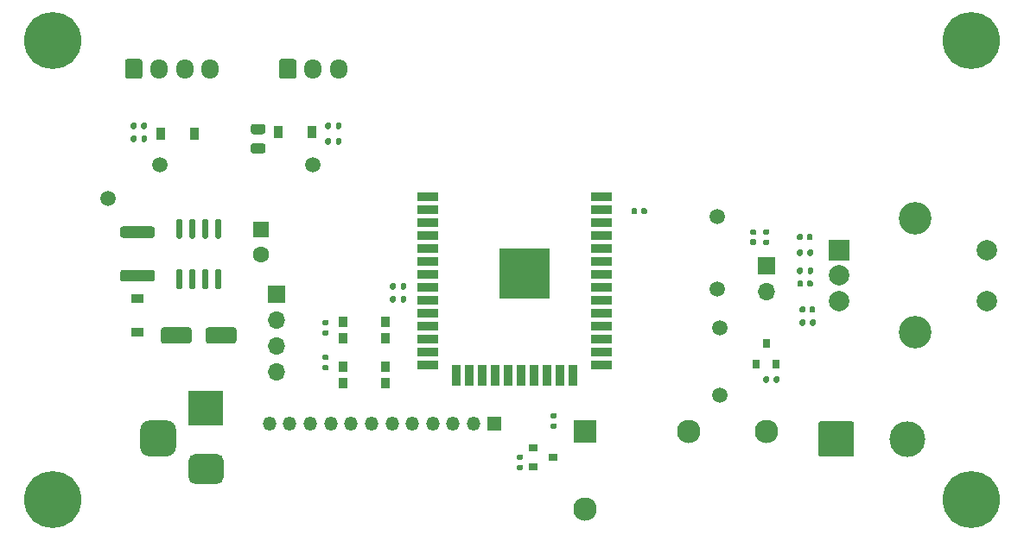
<source format=gbr>
%TF.GenerationSoftware,KiCad,Pcbnew,(5.1.10-1-10_14)*%
%TF.CreationDate,2022-07-31T12:18:55+02:00*%
%TF.ProjectId,RO Flow Counter,524f2046-6c6f-4772-9043-6f756e746572,rev?*%
%TF.SameCoordinates,Original*%
%TF.FileFunction,Soldermask,Bot*%
%TF.FilePolarity,Negative*%
%FSLAX46Y46*%
G04 Gerber Fmt 4.6, Leading zero omitted, Abs format (unit mm)*
G04 Created by KiCad (PCBNEW (5.1.10-1-10_14)) date 2022-07-31 12:18:55*
%MOMM*%
%LPD*%
G01*
G04 APERTURE LIST*
%ADD10C,3.500000*%
%ADD11C,1.500000*%
%ADD12R,0.900000X1.200000*%
%ADD13O,1.700000X1.700000*%
%ADD14R,1.700000X1.700000*%
%ADD15R,2.000000X0.900000*%
%ADD16R,0.900000X2.000000*%
%ADD17R,5.000000X5.000000*%
%ADD18O,1.700000X1.950000*%
%ADD19R,0.900000X1.000000*%
%ADD20R,0.800000X0.900000*%
%ADD21R,3.500000X3.500000*%
%ADD22O,1.350000X1.350000*%
%ADD23R,1.350000X1.350000*%
%ADD24R,0.900000X0.800000*%
%ADD25C,2.300000*%
%ADD26R,2.300000X2.300000*%
%ADD27R,2.000000X2.000000*%
%ADD28C,2.000000*%
%ADD29C,3.200000*%
%ADD30C,5.600000*%
%ADD31R,1.200000X0.900000*%
%ADD32C,1.600000*%
%ADD33R,1.600000X1.600000*%
G04 APERTURE END LIST*
D10*
%TO.C,J7*%
X212740000Y-99060000D03*
G36*
G01*
X203990000Y-100559999D02*
X203990000Y-97560001D01*
G75*
G02*
X204240001Y-97310000I250001J0D01*
G01*
X207239999Y-97310000D01*
G75*
G02*
X207490000Y-97560001I0J-250001D01*
G01*
X207490000Y-100559999D01*
G75*
G02*
X207239999Y-100810000I-250001J0D01*
G01*
X204240001Y-100810000D01*
G75*
G02*
X203990000Y-100559999I0J250001D01*
G01*
G37*
%TD*%
%TO.C,R20*%
G36*
G01*
X174567000Y-101586000D02*
X174937000Y-101586000D01*
G75*
G02*
X175072000Y-101721000I0J-135000D01*
G01*
X175072000Y-101991000D01*
G75*
G02*
X174937000Y-102126000I-135000J0D01*
G01*
X174567000Y-102126000D01*
G75*
G02*
X174432000Y-101991000I0J135000D01*
G01*
X174432000Y-101721000D01*
G75*
G02*
X174567000Y-101586000I135000J0D01*
G01*
G37*
G36*
G01*
X174567000Y-100566000D02*
X174937000Y-100566000D01*
G75*
G02*
X175072000Y-100701000I0J-135000D01*
G01*
X175072000Y-100971000D01*
G75*
G02*
X174937000Y-101106000I-135000J0D01*
G01*
X174567000Y-101106000D01*
G75*
G02*
X174432000Y-100971000I0J135000D01*
G01*
X174432000Y-100701000D01*
G75*
G02*
X174567000Y-100566000I135000J0D01*
G01*
G37*
%TD*%
D11*
%TO.C,TP9*%
X154432000Y-72136000D03*
%TD*%
%TO.C,TP7*%
X139446000Y-72136000D03*
%TD*%
%TO.C,R19*%
G36*
G01*
X156704000Y-70035000D02*
X156704000Y-69665000D01*
G75*
G02*
X156839000Y-69530000I135000J0D01*
G01*
X157109000Y-69530000D01*
G75*
G02*
X157244000Y-69665000I0J-135000D01*
G01*
X157244000Y-70035000D01*
G75*
G02*
X157109000Y-70170000I-135000J0D01*
G01*
X156839000Y-70170000D01*
G75*
G02*
X156704000Y-70035000I0J135000D01*
G01*
G37*
G36*
G01*
X155684000Y-70035000D02*
X155684000Y-69665000D01*
G75*
G02*
X155819000Y-69530000I135000J0D01*
G01*
X156089000Y-69530000D01*
G75*
G02*
X156224000Y-69665000I0J-135000D01*
G01*
X156224000Y-70035000D01*
G75*
G02*
X156089000Y-70170000I-135000J0D01*
G01*
X155819000Y-70170000D01*
G75*
G02*
X155684000Y-70035000I0J135000D01*
G01*
G37*
%TD*%
%TO.C,R18*%
G36*
G01*
X137174000Y-69411000D02*
X137174000Y-69781000D01*
G75*
G02*
X137039000Y-69916000I-135000J0D01*
G01*
X136769000Y-69916000D01*
G75*
G02*
X136634000Y-69781000I0J135000D01*
G01*
X136634000Y-69411000D01*
G75*
G02*
X136769000Y-69276000I135000J0D01*
G01*
X137039000Y-69276000D01*
G75*
G02*
X137174000Y-69411000I0J-135000D01*
G01*
G37*
G36*
G01*
X138194000Y-69411000D02*
X138194000Y-69781000D01*
G75*
G02*
X138059000Y-69916000I-135000J0D01*
G01*
X137789000Y-69916000D01*
G75*
G02*
X137654000Y-69781000I0J135000D01*
G01*
X137654000Y-69411000D01*
G75*
G02*
X137789000Y-69276000I135000J0D01*
G01*
X138059000Y-69276000D01*
G75*
G02*
X138194000Y-69411000I0J-135000D01*
G01*
G37*
%TD*%
%TO.C,R17*%
G36*
G01*
X162574000Y-83889000D02*
X162574000Y-84259000D01*
G75*
G02*
X162439000Y-84394000I-135000J0D01*
G01*
X162169000Y-84394000D01*
G75*
G02*
X162034000Y-84259000I0J135000D01*
G01*
X162034000Y-83889000D01*
G75*
G02*
X162169000Y-83754000I135000J0D01*
G01*
X162439000Y-83754000D01*
G75*
G02*
X162574000Y-83889000I0J-135000D01*
G01*
G37*
G36*
G01*
X163594000Y-83889000D02*
X163594000Y-84259000D01*
G75*
G02*
X163459000Y-84394000I-135000J0D01*
G01*
X163189000Y-84394000D01*
G75*
G02*
X163054000Y-84259000I0J135000D01*
G01*
X163054000Y-83889000D01*
G75*
G02*
X163189000Y-83754000I135000J0D01*
G01*
X163459000Y-83754000D01*
G75*
G02*
X163594000Y-83889000I0J-135000D01*
G01*
G37*
%TD*%
%TO.C,R16*%
G36*
G01*
X162574000Y-85159000D02*
X162574000Y-85529000D01*
G75*
G02*
X162439000Y-85664000I-135000J0D01*
G01*
X162169000Y-85664000D01*
G75*
G02*
X162034000Y-85529000I0J135000D01*
G01*
X162034000Y-85159000D01*
G75*
G02*
X162169000Y-85024000I135000J0D01*
G01*
X162439000Y-85024000D01*
G75*
G02*
X162574000Y-85159000I0J-135000D01*
G01*
G37*
G36*
G01*
X163594000Y-85159000D02*
X163594000Y-85529000D01*
G75*
G02*
X163459000Y-85664000I-135000J0D01*
G01*
X163189000Y-85664000D01*
G75*
G02*
X163054000Y-85529000I0J135000D01*
G01*
X163054000Y-85159000D01*
G75*
G02*
X163189000Y-85024000I135000J0D01*
G01*
X163459000Y-85024000D01*
G75*
G02*
X163594000Y-85159000I0J-135000D01*
G01*
G37*
%TD*%
%TO.C,R15*%
G36*
G01*
X156224000Y-68141000D02*
X156224000Y-68511000D01*
G75*
G02*
X156089000Y-68646000I-135000J0D01*
G01*
X155819000Y-68646000D01*
G75*
G02*
X155684000Y-68511000I0J135000D01*
G01*
X155684000Y-68141000D01*
G75*
G02*
X155819000Y-68006000I135000J0D01*
G01*
X156089000Y-68006000D01*
G75*
G02*
X156224000Y-68141000I0J-135000D01*
G01*
G37*
G36*
G01*
X157244000Y-68141000D02*
X157244000Y-68511000D01*
G75*
G02*
X157109000Y-68646000I-135000J0D01*
G01*
X156839000Y-68646000D01*
G75*
G02*
X156704000Y-68511000I0J135000D01*
G01*
X156704000Y-68141000D01*
G75*
G02*
X156839000Y-68006000I135000J0D01*
G01*
X157109000Y-68006000D01*
G75*
G02*
X157244000Y-68141000I0J-135000D01*
G01*
G37*
%TD*%
%TO.C,R8*%
G36*
G01*
X137652000Y-68511000D02*
X137652000Y-68141000D01*
G75*
G02*
X137787000Y-68006000I135000J0D01*
G01*
X138057000Y-68006000D01*
G75*
G02*
X138192000Y-68141000I0J-135000D01*
G01*
X138192000Y-68511000D01*
G75*
G02*
X138057000Y-68646000I-135000J0D01*
G01*
X137787000Y-68646000D01*
G75*
G02*
X137652000Y-68511000I0J135000D01*
G01*
G37*
G36*
G01*
X136632000Y-68511000D02*
X136632000Y-68141000D01*
G75*
G02*
X136767000Y-68006000I135000J0D01*
G01*
X137037000Y-68006000D01*
G75*
G02*
X137172000Y-68141000I0J-135000D01*
G01*
X137172000Y-68511000D01*
G75*
G02*
X137037000Y-68646000I-135000J0D01*
G01*
X136767000Y-68646000D01*
G75*
G02*
X136632000Y-68511000I0J135000D01*
G01*
G37*
%TD*%
D12*
%TO.C,D5*%
X142874000Y-69088000D03*
X139574000Y-69088000D03*
%TD*%
D13*
%TO.C,J1*%
X198882000Y-84582000D03*
D14*
X198882000Y-82042000D03*
%TD*%
D15*
%TO.C,U2*%
X165744000Y-75311000D03*
X165744000Y-76581000D03*
X165744000Y-77851000D03*
X165744000Y-79121000D03*
X165744000Y-80391000D03*
X165744000Y-81661000D03*
X165744000Y-82931000D03*
X165744000Y-84201000D03*
X165744000Y-85471000D03*
X165744000Y-86741000D03*
X165744000Y-88011000D03*
X165744000Y-89281000D03*
X165744000Y-90551000D03*
X165744000Y-91821000D03*
D16*
X168529000Y-92821000D03*
X169799000Y-92821000D03*
X171069000Y-92821000D03*
X172339000Y-92821000D03*
X173609000Y-92821000D03*
X174879000Y-92821000D03*
X176149000Y-92821000D03*
X177419000Y-92821000D03*
X178689000Y-92821000D03*
X179959000Y-92821000D03*
D15*
X182744000Y-91821000D03*
X182744000Y-90551000D03*
X182744000Y-89281000D03*
X182744000Y-88011000D03*
X182744000Y-86741000D03*
X182744000Y-85471000D03*
X182744000Y-84201000D03*
X182744000Y-82931000D03*
X182744000Y-81661000D03*
X182744000Y-80391000D03*
X182744000Y-79121000D03*
X182744000Y-77851000D03*
X182744000Y-76581000D03*
X182744000Y-75311000D03*
D17*
X175244000Y-82811000D03*
%TD*%
%TO.C,R14*%
G36*
G01*
X155517000Y-91786624D02*
X155887000Y-91786624D01*
G75*
G02*
X156022000Y-91921624I0J-135000D01*
G01*
X156022000Y-92191624D01*
G75*
G02*
X155887000Y-92326624I-135000J0D01*
G01*
X155517000Y-92326624D01*
G75*
G02*
X155382000Y-92191624I0J135000D01*
G01*
X155382000Y-91921624D01*
G75*
G02*
X155517000Y-91786624I135000J0D01*
G01*
G37*
G36*
G01*
X155517000Y-90766624D02*
X155887000Y-90766624D01*
G75*
G02*
X156022000Y-90901624I0J-135000D01*
G01*
X156022000Y-91171624D01*
G75*
G02*
X155887000Y-91306624I-135000J0D01*
G01*
X155517000Y-91306624D01*
G75*
G02*
X155382000Y-91171624I0J135000D01*
G01*
X155382000Y-90901624D01*
G75*
G02*
X155517000Y-90766624I135000J0D01*
G01*
G37*
%TD*%
%TO.C,R13*%
G36*
G01*
X155887000Y-87898000D02*
X155517000Y-87898000D01*
G75*
G02*
X155382000Y-87763000I0J135000D01*
G01*
X155382000Y-87493000D01*
G75*
G02*
X155517000Y-87358000I135000J0D01*
G01*
X155887000Y-87358000D01*
G75*
G02*
X156022000Y-87493000I0J-135000D01*
G01*
X156022000Y-87763000D01*
G75*
G02*
X155887000Y-87898000I-135000J0D01*
G01*
G37*
G36*
G01*
X155887000Y-88918000D02*
X155517000Y-88918000D01*
G75*
G02*
X155382000Y-88783000I0J135000D01*
G01*
X155382000Y-88513000D01*
G75*
G02*
X155517000Y-88378000I135000J0D01*
G01*
X155887000Y-88378000D01*
G75*
G02*
X156022000Y-88513000I0J-135000D01*
G01*
X156022000Y-88783000D01*
G75*
G02*
X155887000Y-88918000I-135000J0D01*
G01*
G37*
%TD*%
D18*
%TO.C,J6*%
X144406000Y-62738000D03*
X141906000Y-62738000D03*
X139406000Y-62738000D03*
G36*
G01*
X136056000Y-63463000D02*
X136056000Y-62013000D01*
G75*
G02*
X136306000Y-61763000I250000J0D01*
G01*
X137506000Y-61763000D01*
G75*
G02*
X137756000Y-62013000I0J-250000D01*
G01*
X137756000Y-63463000D01*
G75*
G02*
X137506000Y-63713000I-250000J0D01*
G01*
X136306000Y-63713000D01*
G75*
G02*
X136056000Y-63463000I0J250000D01*
G01*
G37*
%TD*%
%TO.C,J5*%
X157000000Y-62738000D03*
X154500000Y-62738000D03*
G36*
G01*
X151150000Y-63463000D02*
X151150000Y-62013000D01*
G75*
G02*
X151400000Y-61763000I250000J0D01*
G01*
X152600000Y-61763000D01*
G75*
G02*
X152850000Y-62013000I0J-250000D01*
G01*
X152850000Y-63463000D01*
G75*
G02*
X152600000Y-63713000I-250000J0D01*
G01*
X151400000Y-63713000D01*
G75*
G02*
X151150000Y-63463000I0J250000D01*
G01*
G37*
%TD*%
D19*
%TO.C,SW4*%
X157444000Y-93548000D03*
X157444000Y-91948000D03*
X161544000Y-93548000D03*
X161544000Y-91948000D03*
%TD*%
%TO.C,SW3*%
X161562000Y-87592000D03*
X161562000Y-89192000D03*
X157462000Y-87592000D03*
X157462000Y-89192000D03*
%TD*%
%TO.C,C19*%
G36*
G01*
X186636000Y-76878000D02*
X186636000Y-76538000D01*
G75*
G02*
X186776000Y-76398000I140000J0D01*
G01*
X187056000Y-76398000D01*
G75*
G02*
X187196000Y-76538000I0J-140000D01*
G01*
X187196000Y-76878000D01*
G75*
G02*
X187056000Y-77018000I-140000J0D01*
G01*
X186776000Y-77018000D01*
G75*
G02*
X186636000Y-76878000I0J140000D01*
G01*
G37*
G36*
G01*
X185676000Y-76878000D02*
X185676000Y-76538000D01*
G75*
G02*
X185816000Y-76398000I140000J0D01*
G01*
X186096000Y-76398000D01*
G75*
G02*
X186236000Y-76538000I0J-140000D01*
G01*
X186236000Y-76878000D01*
G75*
G02*
X186096000Y-77018000I-140000J0D01*
G01*
X185816000Y-77018000D01*
G75*
G02*
X185676000Y-76878000I0J140000D01*
G01*
G37*
%TD*%
D13*
%TO.C,J8*%
X150876000Y-92456000D03*
X150876000Y-89916000D03*
X150876000Y-87376000D03*
D14*
X150876000Y-84836000D03*
%TD*%
D11*
%TO.C,TP12*%
X194310000Y-94742000D03*
%TD*%
%TO.C,R12*%
G36*
G01*
X199148001Y-93033000D02*
X199148001Y-93403000D01*
G75*
G02*
X199013001Y-93538000I-135000J0D01*
G01*
X198743001Y-93538000D01*
G75*
G02*
X198608001Y-93403000I0J135000D01*
G01*
X198608001Y-93033000D01*
G75*
G02*
X198743001Y-92898000I135000J0D01*
G01*
X199013001Y-92898000D01*
G75*
G02*
X199148001Y-93033000I0J-135000D01*
G01*
G37*
G36*
G01*
X200168001Y-93033000D02*
X200168001Y-93403000D01*
G75*
G02*
X200033001Y-93538000I-135000J0D01*
G01*
X199763001Y-93538000D01*
G75*
G02*
X199628001Y-93403000I0J135000D01*
G01*
X199628001Y-93033000D01*
G75*
G02*
X199763001Y-92898000I135000J0D01*
G01*
X200033001Y-92898000D01*
G75*
G02*
X200168001Y-93033000I0J-135000D01*
G01*
G37*
%TD*%
D20*
%TO.C,Q4*%
X198882000Y-89678000D03*
X197932000Y-91678000D03*
X199832000Y-91678000D03*
%TD*%
D11*
%TO.C,TP5*%
X194310000Y-88138000D03*
%TD*%
%TO.C,TP3*%
X194056000Y-84328000D03*
%TD*%
%TO.C,TP2*%
X194056000Y-77216000D03*
%TD*%
%TO.C,R11*%
G36*
G01*
X202930000Y-80957000D02*
X202930000Y-80587000D01*
G75*
G02*
X203065000Y-80452000I135000J0D01*
G01*
X203335000Y-80452000D01*
G75*
G02*
X203470000Y-80587000I0J-135000D01*
G01*
X203470000Y-80957000D01*
G75*
G02*
X203335000Y-81092000I-135000J0D01*
G01*
X203065000Y-81092000D01*
G75*
G02*
X202930000Y-80957000I0J135000D01*
G01*
G37*
G36*
G01*
X201910000Y-80957000D02*
X201910000Y-80587000D01*
G75*
G02*
X202045000Y-80452000I135000J0D01*
G01*
X202315000Y-80452000D01*
G75*
G02*
X202450000Y-80587000I0J-135000D01*
G01*
X202450000Y-80957000D01*
G75*
G02*
X202315000Y-81092000I-135000J0D01*
G01*
X202045000Y-81092000D01*
G75*
G02*
X201910000Y-80957000I0J135000D01*
G01*
G37*
%TD*%
%TO.C,R10*%
G36*
G01*
X202704001Y-87445000D02*
X202704001Y-87815000D01*
G75*
G02*
X202569001Y-87950000I-135000J0D01*
G01*
X202299001Y-87950000D01*
G75*
G02*
X202164001Y-87815000I0J135000D01*
G01*
X202164001Y-87445000D01*
G75*
G02*
X202299001Y-87310000I135000J0D01*
G01*
X202569001Y-87310000D01*
G75*
G02*
X202704001Y-87445000I0J-135000D01*
G01*
G37*
G36*
G01*
X203724001Y-87445000D02*
X203724001Y-87815000D01*
G75*
G02*
X203589001Y-87950000I-135000J0D01*
G01*
X203319001Y-87950000D01*
G75*
G02*
X203184001Y-87815000I0J135000D01*
G01*
X203184001Y-87445000D01*
G75*
G02*
X203319001Y-87310000I135000J0D01*
G01*
X203589001Y-87310000D01*
G75*
G02*
X203724001Y-87445000I0J-135000D01*
G01*
G37*
%TD*%
%TO.C,R9*%
G36*
G01*
X202452000Y-82365000D02*
X202452000Y-82735000D01*
G75*
G02*
X202317000Y-82870000I-135000J0D01*
G01*
X202047000Y-82870000D01*
G75*
G02*
X201912000Y-82735000I0J135000D01*
G01*
X201912000Y-82365000D01*
G75*
G02*
X202047000Y-82230000I135000J0D01*
G01*
X202317000Y-82230000D01*
G75*
G02*
X202452000Y-82365000I0J-135000D01*
G01*
G37*
G36*
G01*
X203472000Y-82365000D02*
X203472000Y-82735000D01*
G75*
G02*
X203337000Y-82870000I-135000J0D01*
G01*
X203067000Y-82870000D01*
G75*
G02*
X202932000Y-82735000I0J135000D01*
G01*
X202932000Y-82365000D01*
G75*
G02*
X203067000Y-82230000I135000J0D01*
G01*
X203337000Y-82230000D01*
G75*
G02*
X203472000Y-82365000I0J-135000D01*
G01*
G37*
%TD*%
D12*
%TO.C,D4*%
X151107274Y-68937274D03*
X154407274Y-68937274D03*
%TD*%
%TO.C,C18*%
G36*
G01*
X203118000Y-86530000D02*
X203118000Y-86190000D01*
G75*
G02*
X203258000Y-86050000I140000J0D01*
G01*
X203538000Y-86050000D01*
G75*
G02*
X203678000Y-86190000I0J-140000D01*
G01*
X203678000Y-86530000D01*
G75*
G02*
X203538000Y-86670000I-140000J0D01*
G01*
X203258000Y-86670000D01*
G75*
G02*
X203118000Y-86530000I0J140000D01*
G01*
G37*
G36*
G01*
X202158000Y-86530000D02*
X202158000Y-86190000D01*
G75*
G02*
X202298000Y-86050000I140000J0D01*
G01*
X202578000Y-86050000D01*
G75*
G02*
X202718000Y-86190000I0J-140000D01*
G01*
X202718000Y-86530000D01*
G75*
G02*
X202578000Y-86670000I-140000J0D01*
G01*
X202298000Y-86670000D01*
G75*
G02*
X202158000Y-86530000I0J140000D01*
G01*
G37*
%TD*%
%TO.C,C17*%
G36*
G01*
X201932000Y-83990000D02*
X201932000Y-83650000D01*
G75*
G02*
X202072000Y-83510000I140000J0D01*
G01*
X202352000Y-83510000D01*
G75*
G02*
X202492000Y-83650000I0J-140000D01*
G01*
X202492000Y-83990000D01*
G75*
G02*
X202352000Y-84130000I-140000J0D01*
G01*
X202072000Y-84130000D01*
G75*
G02*
X201932000Y-83990000I0J140000D01*
G01*
G37*
G36*
G01*
X202892000Y-83990000D02*
X202892000Y-83650000D01*
G75*
G02*
X203032000Y-83510000I140000J0D01*
G01*
X203312000Y-83510000D01*
G75*
G02*
X203452000Y-83650000I0J-140000D01*
G01*
X203452000Y-83990000D01*
G75*
G02*
X203312000Y-84130000I-140000J0D01*
G01*
X203032000Y-84130000D01*
G75*
G02*
X202892000Y-83990000I0J140000D01*
G01*
G37*
%TD*%
%TO.C,C16*%
G36*
G01*
X202864000Y-79418000D02*
X202864000Y-79078000D01*
G75*
G02*
X203004000Y-78938000I140000J0D01*
G01*
X203284000Y-78938000D01*
G75*
G02*
X203424000Y-79078000I0J-140000D01*
G01*
X203424000Y-79418000D01*
G75*
G02*
X203284000Y-79558000I-140000J0D01*
G01*
X203004000Y-79558000D01*
G75*
G02*
X202864000Y-79418000I0J140000D01*
G01*
G37*
G36*
G01*
X201904000Y-79418000D02*
X201904000Y-79078000D01*
G75*
G02*
X202044000Y-78938000I140000J0D01*
G01*
X202324000Y-78938000D01*
G75*
G02*
X202464000Y-79078000I0J-140000D01*
G01*
X202464000Y-79418000D01*
G75*
G02*
X202324000Y-79558000I-140000J0D01*
G01*
X202044000Y-79558000D01*
G75*
G02*
X201904000Y-79418000I0J140000D01*
G01*
G37*
%TD*%
%TO.C,J3*%
G36*
G01*
X140175000Y-100750000D02*
X138425000Y-100750000D01*
G75*
G02*
X137550000Y-99875000I0J875000D01*
G01*
X137550000Y-98125000D01*
G75*
G02*
X138425000Y-97250000I875000J0D01*
G01*
X140175000Y-97250000D01*
G75*
G02*
X141050000Y-98125000I0J-875000D01*
G01*
X141050000Y-99875000D01*
G75*
G02*
X140175000Y-100750000I-875000J0D01*
G01*
G37*
G36*
G01*
X145000000Y-103500000D02*
X143000000Y-103500000D01*
G75*
G02*
X142250000Y-102750000I0J750000D01*
G01*
X142250000Y-101250000D01*
G75*
G02*
X143000000Y-100500000I750000J0D01*
G01*
X145000000Y-100500000D01*
G75*
G02*
X145750000Y-101250000I0J-750000D01*
G01*
X145750000Y-102750000D01*
G75*
G02*
X145000000Y-103500000I-750000J0D01*
G01*
G37*
D21*
X144000000Y-96000000D03*
%TD*%
D22*
%TO.C,J2*%
X150212000Y-97536000D03*
X152212000Y-97536000D03*
X154212000Y-97536000D03*
X156212000Y-97536000D03*
X158212000Y-97536000D03*
X160212000Y-97536000D03*
X162212000Y-97536000D03*
X164212000Y-97536000D03*
X166212000Y-97536000D03*
X168212000Y-97536000D03*
X170212000Y-97536000D03*
D23*
X172212000Y-97536000D03*
%TD*%
%TO.C,R7*%
G36*
G01*
X178239000Y-97042000D02*
X177869000Y-97042000D01*
G75*
G02*
X177734000Y-96907000I0J135000D01*
G01*
X177734000Y-96637000D01*
G75*
G02*
X177869000Y-96502000I135000J0D01*
G01*
X178239000Y-96502000D01*
G75*
G02*
X178374000Y-96637000I0J-135000D01*
G01*
X178374000Y-96907000D01*
G75*
G02*
X178239000Y-97042000I-135000J0D01*
G01*
G37*
G36*
G01*
X178239000Y-98062000D02*
X177869000Y-98062000D01*
G75*
G02*
X177734000Y-97927000I0J135000D01*
G01*
X177734000Y-97657000D01*
G75*
G02*
X177869000Y-97522000I135000J0D01*
G01*
X178239000Y-97522000D01*
G75*
G02*
X178374000Y-97657000I0J-135000D01*
G01*
X178374000Y-97927000D01*
G75*
G02*
X178239000Y-98062000I-135000J0D01*
G01*
G37*
%TD*%
D24*
%TO.C,Q3*%
X178038000Y-100838000D03*
X176038000Y-99888000D03*
X176038000Y-101788000D03*
%TD*%
D25*
%TO.C,K1*%
X181102000Y-105918000D03*
X198882000Y-98298000D03*
X191262000Y-98298000D03*
D26*
X181102000Y-98298000D03*
%TD*%
%TO.C,U1*%
G36*
G01*
X141219277Y-82394000D02*
X141519277Y-82394000D01*
G75*
G02*
X141669277Y-82544000I0J-150000D01*
G01*
X141669277Y-84194000D01*
G75*
G02*
X141519277Y-84344000I-150000J0D01*
G01*
X141219277Y-84344000D01*
G75*
G02*
X141069277Y-84194000I0J150000D01*
G01*
X141069277Y-82544000D01*
G75*
G02*
X141219277Y-82394000I150000J0D01*
G01*
G37*
G36*
G01*
X142489277Y-82394000D02*
X142789277Y-82394000D01*
G75*
G02*
X142939277Y-82544000I0J-150000D01*
G01*
X142939277Y-84194000D01*
G75*
G02*
X142789277Y-84344000I-150000J0D01*
G01*
X142489277Y-84344000D01*
G75*
G02*
X142339277Y-84194000I0J150000D01*
G01*
X142339277Y-82544000D01*
G75*
G02*
X142489277Y-82394000I150000J0D01*
G01*
G37*
G36*
G01*
X143759277Y-82394000D02*
X144059277Y-82394000D01*
G75*
G02*
X144209277Y-82544000I0J-150000D01*
G01*
X144209277Y-84194000D01*
G75*
G02*
X144059277Y-84344000I-150000J0D01*
G01*
X143759277Y-84344000D01*
G75*
G02*
X143609277Y-84194000I0J150000D01*
G01*
X143609277Y-82544000D01*
G75*
G02*
X143759277Y-82394000I150000J0D01*
G01*
G37*
G36*
G01*
X145029277Y-82394000D02*
X145329277Y-82394000D01*
G75*
G02*
X145479277Y-82544000I0J-150000D01*
G01*
X145479277Y-84194000D01*
G75*
G02*
X145329277Y-84344000I-150000J0D01*
G01*
X145029277Y-84344000D01*
G75*
G02*
X144879277Y-84194000I0J150000D01*
G01*
X144879277Y-82544000D01*
G75*
G02*
X145029277Y-82394000I150000J0D01*
G01*
G37*
G36*
G01*
X145029277Y-77444000D02*
X145329277Y-77444000D01*
G75*
G02*
X145479277Y-77594000I0J-150000D01*
G01*
X145479277Y-79244000D01*
G75*
G02*
X145329277Y-79394000I-150000J0D01*
G01*
X145029277Y-79394000D01*
G75*
G02*
X144879277Y-79244000I0J150000D01*
G01*
X144879277Y-77594000D01*
G75*
G02*
X145029277Y-77444000I150000J0D01*
G01*
G37*
G36*
G01*
X143759277Y-77444000D02*
X144059277Y-77444000D01*
G75*
G02*
X144209277Y-77594000I0J-150000D01*
G01*
X144209277Y-79244000D01*
G75*
G02*
X144059277Y-79394000I-150000J0D01*
G01*
X143759277Y-79394000D01*
G75*
G02*
X143609277Y-79244000I0J150000D01*
G01*
X143609277Y-77594000D01*
G75*
G02*
X143759277Y-77444000I150000J0D01*
G01*
G37*
G36*
G01*
X142489277Y-77444000D02*
X142789277Y-77444000D01*
G75*
G02*
X142939277Y-77594000I0J-150000D01*
G01*
X142939277Y-79244000D01*
G75*
G02*
X142789277Y-79394000I-150000J0D01*
G01*
X142489277Y-79394000D01*
G75*
G02*
X142339277Y-79244000I0J150000D01*
G01*
X142339277Y-77594000D01*
G75*
G02*
X142489277Y-77444000I150000J0D01*
G01*
G37*
G36*
G01*
X141219277Y-77444000D02*
X141519277Y-77444000D01*
G75*
G02*
X141669277Y-77594000I0J-150000D01*
G01*
X141669277Y-79244000D01*
G75*
G02*
X141519277Y-79394000I-150000J0D01*
G01*
X141219277Y-79394000D01*
G75*
G02*
X141069277Y-79244000I0J150000D01*
G01*
X141069277Y-77594000D01*
G75*
G02*
X141219277Y-77444000I150000J0D01*
G01*
G37*
%TD*%
D11*
%TO.C,TP1*%
X134366000Y-75438000D03*
%TD*%
D27*
%TO.C,SW2*%
X205994000Y-80518000D03*
D28*
X205994000Y-83018000D03*
X205994000Y-85518000D03*
D29*
X213494000Y-77418000D03*
X213494000Y-88618000D03*
D28*
X220494000Y-80518000D03*
X220494000Y-85518000D03*
%TD*%
%TO.C,R5*%
G36*
G01*
X199067000Y-79007999D02*
X198697000Y-79007999D01*
G75*
G02*
X198562000Y-78872999I0J135000D01*
G01*
X198562000Y-78602999D01*
G75*
G02*
X198697000Y-78467999I135000J0D01*
G01*
X199067000Y-78467999D01*
G75*
G02*
X199202000Y-78602999I0J-135000D01*
G01*
X199202000Y-78872999D01*
G75*
G02*
X199067000Y-79007999I-135000J0D01*
G01*
G37*
G36*
G01*
X199067000Y-80027999D02*
X198697000Y-80027999D01*
G75*
G02*
X198562000Y-79892999I0J135000D01*
G01*
X198562000Y-79622999D01*
G75*
G02*
X198697000Y-79487999I135000J0D01*
G01*
X199067000Y-79487999D01*
G75*
G02*
X199202000Y-79622999I0J-135000D01*
G01*
X199202000Y-79892999D01*
G75*
G02*
X199067000Y-80027999I-135000J0D01*
G01*
G37*
%TD*%
%TO.C,L1*%
G36*
G01*
X138724281Y-79319000D02*
X135824275Y-79319000D01*
G75*
G02*
X135574278Y-79069003I0J249997D01*
G01*
X135574278Y-78443997D01*
G75*
G02*
X135824275Y-78194000I249997J0D01*
G01*
X138724281Y-78194000D01*
G75*
G02*
X138974278Y-78443997I0J-249997D01*
G01*
X138974278Y-79069003D01*
G75*
G02*
X138724281Y-79319000I-249997J0D01*
G01*
G37*
G36*
G01*
X138724281Y-83594000D02*
X135824275Y-83594000D01*
G75*
G02*
X135574278Y-83344003I0J249997D01*
G01*
X135574278Y-82718997D01*
G75*
G02*
X135824275Y-82469000I249997J0D01*
G01*
X138724281Y-82469000D01*
G75*
G02*
X138974278Y-82718997I0J-249997D01*
G01*
X138974278Y-83344003D01*
G75*
G02*
X138724281Y-83594000I-249997J0D01*
G01*
G37*
%TD*%
D30*
%TO.C,H4*%
X129000000Y-60000000D03*
%TD*%
%TO.C,H3*%
X129000000Y-105000000D03*
%TD*%
%TO.C,H2*%
X219000000Y-60000000D03*
%TD*%
%TO.C,H1*%
X219000000Y-105000000D03*
%TD*%
D31*
%TO.C,D3*%
X137274277Y-88544000D03*
X137274277Y-85244000D03*
%TD*%
%TO.C,C14*%
G36*
G01*
X148623000Y-70046000D02*
X149573000Y-70046000D01*
G75*
G02*
X149823000Y-70296000I0J-250000D01*
G01*
X149823000Y-70796000D01*
G75*
G02*
X149573000Y-71046000I-250000J0D01*
G01*
X148623000Y-71046000D01*
G75*
G02*
X148373000Y-70796000I0J250000D01*
G01*
X148373000Y-70296000D01*
G75*
G02*
X148623000Y-70046000I250000J0D01*
G01*
G37*
G36*
G01*
X148623000Y-68146000D02*
X149573000Y-68146000D01*
G75*
G02*
X149823000Y-68396000I0J-250000D01*
G01*
X149823000Y-68896000D01*
G75*
G02*
X149573000Y-69146000I-250000J0D01*
G01*
X148623000Y-69146000D01*
G75*
G02*
X148373000Y-68896000I0J250000D01*
G01*
X148373000Y-68396000D01*
G75*
G02*
X148623000Y-68146000I250000J0D01*
G01*
G37*
%TD*%
D32*
%TO.C,C6*%
X149352000Y-80986000D03*
D33*
X149352000Y-78486000D03*
%TD*%
%TO.C,C5*%
G36*
G01*
X142574277Y-88344001D02*
X142574277Y-89444001D01*
G75*
G02*
X142324277Y-89694001I-250000J0D01*
G01*
X139824277Y-89694001D01*
G75*
G02*
X139574277Y-89444001I0J250000D01*
G01*
X139574277Y-88344001D01*
G75*
G02*
X139824277Y-88094001I250000J0D01*
G01*
X142324277Y-88094001D01*
G75*
G02*
X142574277Y-88344001I0J-250000D01*
G01*
G37*
G36*
G01*
X146974277Y-88344001D02*
X146974277Y-89444001D01*
G75*
G02*
X146724277Y-89694001I-250000J0D01*
G01*
X144224277Y-89694001D01*
G75*
G02*
X143974277Y-89444001I0J250000D01*
G01*
X143974277Y-88344001D01*
G75*
G02*
X144224277Y-88094001I250000J0D01*
G01*
X146724277Y-88094001D01*
G75*
G02*
X146974277Y-88344001I0J-250000D01*
G01*
G37*
%TD*%
%TO.C,C1*%
G36*
G01*
X197782000Y-79048000D02*
X197442000Y-79048000D01*
G75*
G02*
X197302000Y-78908000I0J140000D01*
G01*
X197302000Y-78628000D01*
G75*
G02*
X197442000Y-78488000I140000J0D01*
G01*
X197782000Y-78488000D01*
G75*
G02*
X197922000Y-78628000I0J-140000D01*
G01*
X197922000Y-78908000D01*
G75*
G02*
X197782000Y-79048000I-140000J0D01*
G01*
G37*
G36*
G01*
X197782000Y-80008000D02*
X197442000Y-80008000D01*
G75*
G02*
X197302000Y-79868000I0J140000D01*
G01*
X197302000Y-79588000D01*
G75*
G02*
X197442000Y-79448000I140000J0D01*
G01*
X197782000Y-79448000D01*
G75*
G02*
X197922000Y-79588000I0J-140000D01*
G01*
X197922000Y-79868000D01*
G75*
G02*
X197782000Y-80008000I-140000J0D01*
G01*
G37*
%TD*%
M02*

</source>
